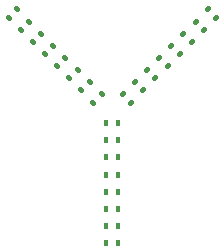
<source format=gbr>
%TF.GenerationSoftware,KiCad,Pcbnew,(5.99.0-11748-g24a41559ca)*%
%TF.CreationDate,2021-08-27T16:42:57+03:00*%
%TF.ProjectId,Flux Condenser,466c7578-2043-46f6-9e64-656e7365722e,3A*%
%TF.SameCoordinates,PX7bfa480PY6bc3e40*%
%TF.FileFunction,Paste,Top*%
%TF.FilePolarity,Positive*%
%FSLAX46Y46*%
G04 Gerber Fmt 4.6, Leading zero omitted, Abs format (unit mm)*
G04 Created by KiCad (PCBNEW (5.99.0-11748-g24a41559ca)) date 2021-08-27 16:42:57*
%MOMM*%
%LPD*%
G01*
G04 APERTURE LIST*
G04 Aperture macros list*
%AMRoundRect*
0 Rectangle with rounded corners*
0 $1 Rounding radius*
0 $2 $3 $4 $5 $6 $7 $8 $9 X,Y pos of 4 corners*
0 Add a 4 corners polygon primitive as box body*
4,1,4,$2,$3,$4,$5,$6,$7,$8,$9,$2,$3,0*
0 Add four circle primitives for the rounded corners*
1,1,$1+$1,$2,$3*
1,1,$1+$1,$4,$5*
1,1,$1+$1,$6,$7*
1,1,$1+$1,$8,$9*
0 Add four rect primitives between the rounded corners*
20,1,$1+$1,$2,$3,$4,$5,0*
20,1,$1+$1,$4,$5,$6,$7,0*
20,1,$1+$1,$6,$7,$8,$9,0*
20,1,$1+$1,$8,$9,$2,$3,0*%
G04 Aperture macros list end*
%ADD10RoundRect,0.100000X-0.176777X-0.035355X-0.035355X-0.176777X0.176777X0.035355X0.035355X0.176777X0*%
%ADD11RoundRect,0.100000X-0.100000X-0.150000X0.100000X-0.150000X0.100000X0.150000X-0.100000X0.150000X0*%
%ADD12RoundRect,0.100000X0.035355X-0.176777X0.176777X-0.035355X-0.035355X0.176777X-0.176777X0.035355X0*%
G04 APERTURE END LIST*
D10*
%TO.C,D31*%
X21528553Y24371447D03*
X20821447Y25078553D03*
%TD*%
%TO.C,D34*%
X17746447Y22003553D03*
X18453553Y21296447D03*
%TD*%
D11*
%TO.C,D25*%
X12250000Y11100000D03*
X13250000Y11100000D03*
%TD*%
D10*
%TO.C,D36*%
X16403553Y19246447D03*
X15696447Y19953553D03*
%TD*%
D11*
%TO.C,D28*%
X13250000Y15450000D03*
X12250000Y15450000D03*
%TD*%
%TO.C,D21*%
X13250000Y5300000D03*
X12250000Y5300000D03*
%TD*%
D12*
%TO.C,D16*%
X9803553Y19953553D03*
X9096447Y19246447D03*
%TD*%
D11*
%TO.C,D24*%
X13250000Y9650000D03*
X12250000Y9650000D03*
%TD*%
D12*
%TO.C,D12*%
X5703553Y24053553D03*
X4996447Y23346447D03*
%TD*%
%TO.C,D11*%
X3971447Y24371447D03*
X4678553Y25078553D03*
%TD*%
%TO.C,D13*%
X6021447Y22321447D03*
X6728553Y23028553D03*
%TD*%
D11*
%TO.C,D23*%
X13250000Y8200000D03*
X12250000Y8200000D03*
%TD*%
D10*
%TO.C,D33*%
X19478553Y22321447D03*
X18771447Y23028553D03*
%TD*%
%TO.C,D38*%
X14353553Y17196447D03*
X13646447Y17903553D03*
%TD*%
%TO.C,D37*%
X14671447Y18928553D03*
X15378553Y18221447D03*
%TD*%
D12*
%TO.C,D15*%
X8071447Y20271447D03*
X8778553Y20978553D03*
%TD*%
D10*
%TO.C,D32*%
X19796447Y24053553D03*
X20503553Y23346447D03*
%TD*%
D11*
%TO.C,D22*%
X12250000Y6750000D03*
X13250000Y6750000D03*
%TD*%
D12*
%TO.C,D17*%
X10828553Y18928553D03*
X10121447Y18221447D03*
%TD*%
%TO.C,D14*%
X7753553Y22003553D03*
X7046447Y21296447D03*
%TD*%
D11*
%TO.C,D27*%
X12250000Y14000000D03*
X13250000Y14000000D03*
%TD*%
D10*
%TO.C,D35*%
X17428553Y20271447D03*
X16721447Y20978553D03*
%TD*%
D12*
%TO.C,D18*%
X11853553Y17903553D03*
X11146447Y17196447D03*
%TD*%
D11*
%TO.C,D26*%
X12250000Y12550000D03*
X13250000Y12550000D03*
%TD*%
M02*

</source>
